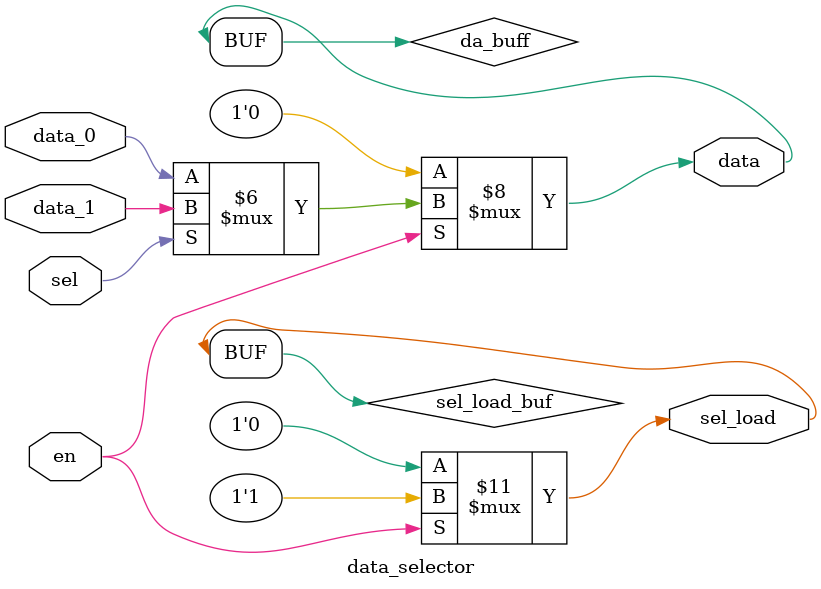
<source format=v>
module data_selector(en,data_0,data_1,sel,data,sel_load);
input en;
input data_0,data_1;
input sel;
output data;
output sel_load;
reg  da_buff;
reg  sel_load_buf;
assign data=da_buff;
assign sel_load=sel_load_buf;
always
begin
	if(en==1)
	begin
		sel_load_buf<=1;
		if(sel==0)
		begin
			da_buff<=data_0;
		end
		else
		begin
			da_buff<=data_1;
		end
	end
	else
	begin
		da_buff<=0;
		sel_load_buf<=0;
	end
end
endmodule
</source>
